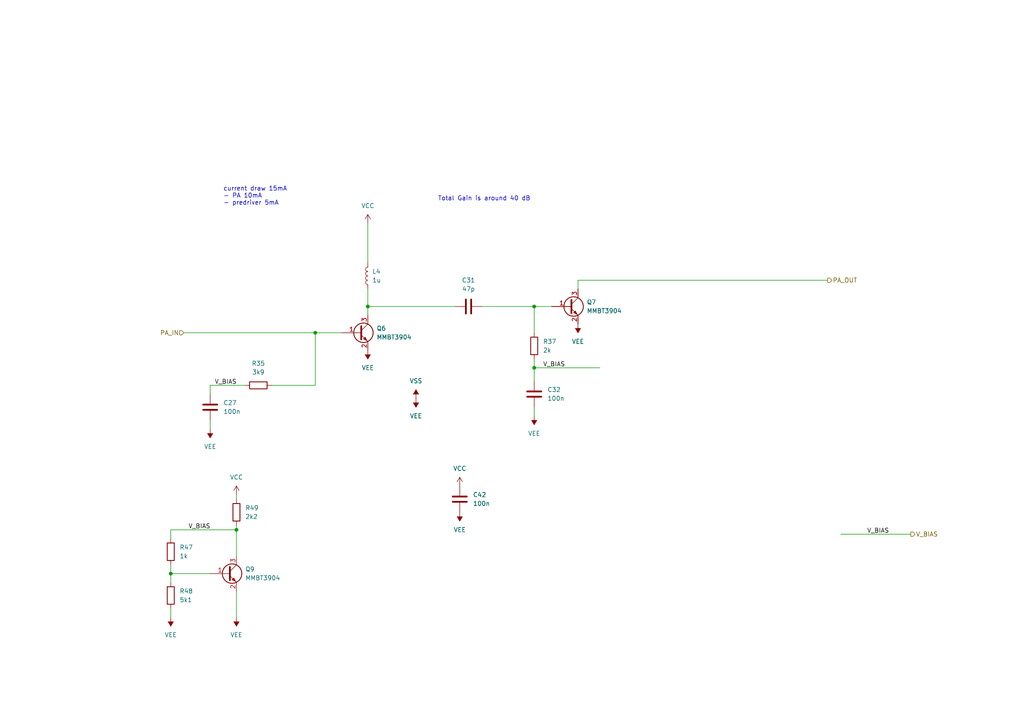
<source format=kicad_sch>
(kicad_sch (version 20211123) (generator eeschema)
  (paper "A4")
  (lib_symbols
    (symbol "Device:C" (pin_numbers hide) (pin_names (offset 0.254))
      (property "Reference" "C" (at 0.635 2.54 0))
      (property "Value" "C" (at 0.635 -2.54 0))
      (symbol "C_0_1"
        (polyline (pts (xy -2.032 -0.762) (xy 2.032 -0.762)) (stroke (width 0.508)))
        (polyline (pts (xy -2.032 0.762) (xy 2.032 0.762)) (stroke (width 0.508)))
      )
      (symbol "C_1_1"
        (pin passive line (at 0 3.81 270) (length 2.794) (name "~") (number "1"))
        (pin passive line (at 0 -3.81 90) (length 2.794) (name "~") (number "2"))
      )
    )
    (symbol "Device:L" (pin_numbers hide) (pin_names (offset 1.016) hide)
      (property "Reference" "L" (at -1.27 0 90))
      (property "Value" "L" (at 1.905 0 90))
      (symbol "L_0_1"
        (arc (start 0 -2.54) (mid 0.635 -1.905) (end 0 -1.27))
        (arc (start 0 -1.27) (mid 0.635 -0.635) (end 0 0))
        (arc (start 0 0) (mid 0.635 0.635) (end 0 1.27))
        (arc (start 0 1.27) (mid 0.635 1.905) (end 0 2.54))
      )
      (symbol "L_1_1"
        (pin passive line (at 0 3.81 270) (length 1.27) (name "1") (number "1"))
        (pin passive line (at 0 -3.81 90) (length 1.27) (name "2") (number "2"))
      )
    )
    (symbol "Device:R" (pin_numbers hide) (pin_names (offset 0))
      (property "Reference" "R" (at 2.032 0 90))
      (property "Value" "R" (at 0 0 90))
      (symbol "R_0_1"
        (rectangle (start -1.016 -2.54) (end 1.016 2.54) (stroke (width 0.254)))
      )
      (symbol "R_1_1"
        (pin passive line (at 0 3.81 270) (length 1.27) (name "~") (number "1"))
        (pin passive line (at 0 -3.81 90) (length 1.27) (name "~") (number "2"))
      )
    )
    (symbol "Transistor_BJT:MMBT3904" (pin_names (offset 0) hide)
      (property "Reference" "Q" (at 5.08 1.905 0))
      (property "Value" "MMBT3904" (at 5.08 0 0))
      (symbol "MMBT3904_0_1"
        (polyline (pts (xy 0.635 0.635) (xy 2.54 2.54)))
        (polyline (pts (xy 0.635 -0.635) (xy 2.54 -2.54) (xy 2.54 -2.54)))
        (polyline (pts (xy 0.635 1.905) (xy 0.635 -1.905) (xy 0.635 -1.905)) (stroke (width 0.508)))
        (polyline (pts (xy 1.27 -1.778) (xy 1.778 -1.27) (xy 2.286 -2.286) (xy 1.27 -1.778) (xy 1.27 -1.778)) (fill (type outline)))
        (circle (center 1.27 0) (radius 2.8194) (stroke (width 0.254)))
      )
      (symbol "MMBT3904_1_1"
        (pin input line (at -5.08 0 0) (length 5.715) (name "B") (number "1"))
        (pin passive line (at 2.54 -5.08 90) (length 2.54) (name "E") (number "2"))
        (pin passive line (at 2.54 5.08 270) (length 2.54) (name "C") (number "3"))
      )
    )
    (symbol "power:VCC" (power) (pin_names (offset 0))
      (property "Value" "VCC" (at 0 3.81 0))
      (symbol "VCC_0_1"
        (polyline (pts (xy -0.762 1.27) (xy 0 2.54)))
        (polyline (pts (xy 0 0) (xy 0 2.54)))
        (polyline (pts (xy 0 2.54) (xy 0.762 1.27)))
      )
      (symbol "VCC_1_1"
        (pin power_in line (at 0 0 90) (length 0) hide (name "VCC") (number "1"))
      )
    )
    (symbol "power:VEE" (power) (pin_names (offset 0))
      (property "Value" "VEE" (at 0 3.81 0))
      (symbol "VEE_0_1"
        (polyline (pts (xy 0 0) (xy 0 2.54)))
        (polyline (pts (xy 0.762 1.27) (xy -0.762 1.27) (xy 0 2.54) (xy 0.762 1.27)) (fill (type outline)))
      )
      (symbol "VEE_1_1"
        (pin power_in line (at 0 0 90) (length 0) hide (name "VEE") (number "1"))
      )
    )
    (symbol "power:VSS" (power) (pin_names (offset 0))
      (property "Value" "VSS" (at 0 3.81 0))
      (symbol "VSS_0_1"
        (polyline (pts (xy 0 0) (xy 0 2.54)))
        (polyline (pts (xy 0.762 1.27) (xy -0.762 1.27) (xy 0 2.54) (xy 0.762 1.27)) (fill (type outline)))
      )
      (symbol "VSS_1_1"
        (pin power_in line (at 0 0 90) (length 0) hide (name "VSS") (number "1"))
      )
    )
  )
  (junction (at 68.58 153.67))
  (junction (at 154.94 106.68))
  (junction (at 154.94 88.9))
  (junction (at 49.53 166.37))
  (junction (at 106.68 88.9))
  (junction (at 91.44 96.52))
  (wire (pts (xy 167.64 81.28) (xy 240.03 81.28)))
  (wire (pts (xy 60.96 111.76) (xy 60.96 114.3)))
  (wire (pts (xy 154.94 88.9) (xy 160.02 88.9)))
  (wire (pts (xy 106.68 88.9) (xy 132.08 88.9)))
  (wire (pts (xy 139.7 88.9) (xy 154.94 88.9)))
  (wire (pts (xy 68.58 153.67) (xy 68.58 161.29)))
  (wire (pts (xy 106.68 83.82) (xy 106.68 88.9)))
  (wire (pts (xy 49.53 166.37) (xy 49.53 168.91)))
  (wire (pts (xy 53.34 96.52) (xy 91.44 96.52)))
  (wire (pts (xy 60.96 111.76) (xy 71.12 111.76)))
  (wire (pts (xy 167.64 81.28) (xy 167.64 83.82)))
  (wire (pts (xy 154.94 118.11) (xy 154.94 120.65)))
  (wire (pts (xy 78.74 111.76) (xy 91.44 111.76)))
  (wire (pts (xy 68.58 171.45) (xy 68.58 179.07)))
  (wire (pts (xy 243.84 154.94) (xy 264.16 154.94)))
  (wire (pts (xy 106.68 76.2) (xy 106.68 64.77)))
  (wire (pts (xy 49.53 153.67) (xy 68.58 153.67)))
  (wire (pts (xy 154.94 106.68) (xy 154.94 110.49)))
  (wire (pts (xy 49.53 166.37) (xy 60.96 166.37)))
  (wire (pts (xy 91.44 96.52) (xy 91.44 111.76)))
  (wire (pts (xy 106.68 88.9) (xy 106.68 91.44)))
  (wire (pts (xy 49.53 156.21) (xy 49.53 153.67)))
  (wire (pts (xy 49.53 176.53) (xy 49.53 179.07)))
  (wire (pts (xy 68.58 152.4) (xy 68.58 153.67)))
  (wire (pts (xy 68.58 143.51) (xy 68.58 144.78)))
  (wire (pts (xy 91.44 96.52) (xy 99.06 96.52)))
  (wire (pts (xy 154.94 88.9) (xy 154.94 96.52)))
  (wire (pts (xy 49.53 163.83) (xy 49.53 166.37)))
  (wire (pts (xy 154.94 104.14) (xy 154.94 106.68)))
  (wire (pts (xy 154.94 106.68) (xy 173.99 106.68)))
  (wire (pts (xy 60.96 121.92) (xy 60.96 124.46)))
  (text "current draw 15mA\n- PA 10mA\n- predriver 5mA" (at 64.77 59.69 0) (effects (font (size 1.27 1.27)) (justify left bottom)))
  (text "Total Gain is around 40 dB" (at 127 58.42 0) (effects (font (size 1.27 1.27)) (justify left bottom)))
  (label "V_BIAS" (at 54.61 153.67 0))
  (label "V_BIAS" (at 157.48 106.68 0))
  (label "V_BIAS" (at 62.23 111.76 0))
  (label "V_BIAS" (at 251.46 154.94 0))
  (hierarchical_label "PA_OUT" (shape output) (at 240.03 81.28 0))
  (hierarchical_label "PA_IN" (shape input) (at 53.34 96.52 180))
  (hierarchical_label "V_BIAS" (shape output) (at 264.16 154.94 0))
  (symbol (lib_id "power:VCC") (at 68.58 143.51 0) (unit 1)
    (property "Reference" "#PWR0168" (effects hide))
    (property "Value" "VCC" (at 68.58 138.43 0))
  )
  (symbol (lib_id "power:VCC") (at 133.35 140.97 0) (unit 1)
    (property "Reference" "#PWR0179" (effects hide))
    (property "Value" "VCC" (at 133.35 135.89 0))
  )
  (symbol (lib_id "Device:C") (at 60.96 118.11 0) (unit 1)
    (property "Reference" "C27" (at 64.77 116.8399 0) (effects (justify left)))
    (property "Value" "100n" (at 64.77 119.3799 0) (effects (justify left)))
    (property "Footprint" "Capacitor_SMD:C_0603_1608Metric" (effects hide))
  )
  (symbol (lib_id "power:VEE") (at 133.35 148.59 180) (unit 1)
    (property "Reference" "#PWR0180" (effects hide))
    (property "Value" "VEE" (at 133.35 153.67 0))
  )
  (symbol (lib_id "Device:R") (at 49.53 160.02 0) (unit 1)
    (property "Reference" "R47" (at 52.07 158.7499 0) (effects (justify left)))
    (property "Value" "1k" (at 52.07 161.2899 0) (effects (justify left)))
    (property "Footprint" "Capacitor_SMD:C_0603_1608Metric" (effects hide))
  )
  (symbol (lib_id "Device:C") (at 133.35 144.78 0) (unit 1)
    (property "Reference" "C42" (at 137.16 143.5099 0) (effects (justify left)))
    (property "Value" "100n" (at 137.16 146.0499 0) (effects (justify left)))
    (property "Footprint" "Capacitor_SMD:C_0603_1608Metric" (effects hide))
  )
  (symbol (lib_id "Device:L") (at 106.68 80.01 180) (unit 1)
    (property "Reference" "L4" (at 107.95 78.7399 0) (effects (justify right)))
    (property "Value" "1u" (at 107.95 81.2799 0) (effects (justify right)))
    (property "Footprint" "Capacitor_SMD:C_0805_2012Metric" (effects hide))
  )
  (symbol (lib_id "power:VEE") (at 106.68 101.6 180) (unit 1)
    (property "Reference" "#PWR0143" (effects hide))
    (property "Value" "VEE" (at 106.68 106.68 0))
  )
  (symbol (lib_id "Transistor_BJT:MMBT3904") (at 66.04 166.37 0) (unit 1)
    (property "Reference" "Q9" (at 71.12 165.0999 0) (effects (justify left)))
    (property "Value" "MMBT3904" (at 71.12 167.6399 0) (effects (justify left)))
    (property "Footprint" "Package_TO_SOT_SMD:SOT-23" (effects hide))
    (property "Datasheet" "https://www.onsemi.com/pub/Collateral/2N3903-D.PDF" (effects hide))
  )
  (symbol (lib_id "power:VEE") (at 167.64 93.98 180) (unit 1)
    (property "Reference" "#PWR0147" (effects hide))
    (property "Value" "VEE" (at 167.64 99.06 0))
  )
  (symbol (lib_id "power:VSS") (at 120.65 115.57 0) (unit 1)
    (property "Reference" "#PWR0181" (effects hide))
    (property "Value" "VSS" (at 120.65 110.49 0))
  )
  (symbol (lib_id "Device:R") (at 154.94 100.33 180) (unit 1)
    (property "Reference" "R37" (at 157.48 99.0599 0) (effects (justify right)))
    (property "Value" "2k" (at 157.48 101.5999 0) (effects (justify right)))
    (property "Footprint" "Capacitor_SMD:C_0603_1608Metric" (effects hide))
  )
  (symbol (lib_id "Device:C") (at 135.89 88.9 90) (unit 1)
    (property "Reference" "C31" (at 135.89 81.28 90))
    (property "Value" "47p" (at 135.89 83.82 90))
    (property "Footprint" "Capacitor_SMD:C_0603_1608Metric" (effects hide))
  )
  (symbol (lib_id "Device:C") (at 154.94 114.3 0) (unit 1)
    (property "Reference" "C32" (at 158.75 113.0299 0) (effects (justify left)))
    (property "Value" "100n" (at 158.75 115.5699 0) (effects (justify left)))
    (property "Footprint" "Capacitor_SMD:C_0603_1608Metric" (effects hide))
  )
  (symbol (lib_id "power:VEE") (at 120.65 115.57 180) (unit 1)
    (property "Reference" "#PWR0145" (effects hide))
    (property "Value" "VEE" (at 120.65 120.65 0))
  )
  (symbol (lib_id "Device:R") (at 49.53 172.72 0) (unit 1)
    (property "Reference" "R48" (at 52.07 171.4499 0) (effects (justify left)))
    (property "Value" "5k1" (at 52.07 173.9899 0) (effects (justify left)))
    (property "Footprint" "Capacitor_SMD:C_0603_1608Metric" (effects hide))
  )
  (symbol (lib_id "Transistor_BJT:MMBT3904") (at 165.1 88.9 0) (unit 1)
    (property "Reference" "Q7" (at 170.18 87.6299 0) (effects (justify left)))
    (property "Value" "MMBT3904" (at 170.18 90.1699 0) (effects (justify left)))
    (property "Footprint" "Package_TO_SOT_SMD:SOT-23" (effects hide))
    (property "Datasheet" "https://www.onsemi.com/pub/Collateral/2N3903-D.PDF" (effects hide))
  )
  (symbol (lib_id "Transistor_BJT:MMBT3904") (at 104.14 96.52 0) (unit 1)
    (property "Reference" "Q6" (at 109.22 95.2499 0) (effects (justify left)))
    (property "Value" "MMBT3904" (at 109.22 97.7899 0) (effects (justify left)))
    (property "Footprint" "Package_TO_SOT_SMD:SOT-23" (effects hide))
    (property "Datasheet" "https://www.onsemi.com/pub/Collateral/2N3903-D.PDF" (effects hide))
  )
  (symbol (lib_id "power:VEE") (at 60.96 124.46 180) (unit 1)
    (property "Reference" "#PWR0144" (effects hide))
    (property "Value" "VEE" (at 60.96 129.54 0))
  )
  (symbol (lib_id "Device:R") (at 68.58 148.59 0) (unit 1)
    (property "Reference" "R49" (at 71.12 147.3199 0) (effects (justify left)))
    (property "Value" "2k2" (at 71.12 149.8599 0) (effects (justify left)))
    (property "Footprint" "Capacitor_SMD:C_0603_1608Metric" (effects hide))
  )
  (symbol (lib_id "power:VEE") (at 68.58 179.07 180) (unit 1)
    (property "Reference" "#PWR0167" (effects hide))
    (property "Value" "VEE" (at 68.58 184.15 0))
  )
  (symbol (lib_id "power:VEE") (at 49.53 179.07 180) (unit 1)
    (property "Reference" "#PWR0166" (effects hide))
    (property "Value" "VEE" (at 49.53 184.15 0))
  )
  (symbol (lib_id "Device:R") (at 74.93 111.76 90) (unit 1)
    (property "Reference" "R35" (at 74.93 105.41 90))
    (property "Value" "3k9" (at 74.93 107.95 90))
    (property "Footprint" "Capacitor_SMD:C_0603_1608Metric" (effects hide))
  )
  (symbol (lib_id "power:VEE") (at 154.94 120.65 180) (unit 1)
    (property "Reference" "#PWR0149" (effects hide))
    (property "Value" "VEE" (at 154.94 125.73 0))
  )
  (symbol (lib_id "power:VCC") (at 106.68 64.77 0) (unit 1)
    (property "Reference" "#PWR0146" (effects hide))
    (property "Value" "VCC" (at 106.68 59.69 0))
  )
)
</source>
